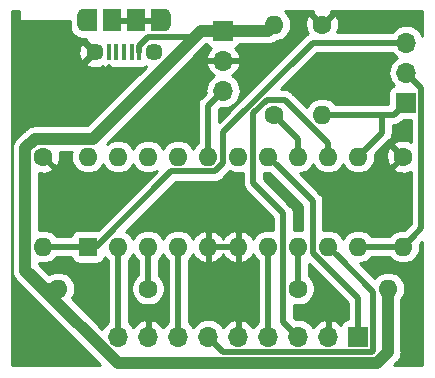
<source format=gbr>
G04 #@! TF.GenerationSoftware,KiCad,Pcbnew,(5.1.4)-1*
G04 #@! TF.CreationDate,2019-09-17T16:39:36-04:00*
G04 #@! TF.ProjectId,led_lock_ctrl,6c65645f-6c6f-4636-9b5f-6374726c2e6b,rev?*
G04 #@! TF.SameCoordinates,Original*
G04 #@! TF.FileFunction,Copper,L1,Top*
G04 #@! TF.FilePolarity,Positive*
%FSLAX46Y46*%
G04 Gerber Fmt 4.6, Leading zero omitted, Abs format (unit mm)*
G04 Created by KiCad (PCBNEW (5.1.4)-1) date 2019-09-17 16:39:36*
%MOMM*%
%LPD*%
G04 APERTURE LIST*
%ADD10O,1.700000X1.700000*%
%ADD11R,1.700000X1.700000*%
%ADD12O,1.600000X1.600000*%
%ADD13R,1.600000X1.600000*%
%ADD14C,1.600000*%
%ADD15O,0.950000X1.900000*%
%ADD16R,1.200000X1.900000*%
%ADD17R,1.500000X1.900000*%
%ADD18R,0.400000X1.350000*%
%ADD19C,1.450000*%
%ADD20C,0.800000*%
%ADD21C,1.000000*%
%ADD22C,0.500000*%
%ADD23C,0.254000*%
G04 APERTURE END LIST*
D10*
X181356000Y-95758000D03*
X181356000Y-93218000D03*
D11*
X181356000Y-90678000D03*
D12*
X169926000Y-101346000D03*
X192786000Y-108966000D03*
X172466000Y-101346000D03*
X190246000Y-108966000D03*
X175006000Y-101346000D03*
X187706000Y-108966000D03*
X177546000Y-101346000D03*
X185166000Y-108966000D03*
X180086000Y-101346000D03*
X182626000Y-108966000D03*
X182626000Y-101346000D03*
X180086000Y-108966000D03*
X185166000Y-101346000D03*
X177546000Y-108966000D03*
X187706000Y-101346000D03*
X175006000Y-108966000D03*
X190246000Y-101346000D03*
X172466000Y-108966000D03*
X192786000Y-101346000D03*
D13*
X169926000Y-108966000D03*
D12*
X189738000Y-97790000D03*
D14*
X189738000Y-90170000D03*
D12*
X196596000Y-108966000D03*
D14*
X196596000Y-101346000D03*
D12*
X166116000Y-108966000D03*
D14*
X166116000Y-101346000D03*
D12*
X185674000Y-90170000D03*
D14*
X185674000Y-97790000D03*
D12*
X195326000Y-112522000D03*
D14*
X187706000Y-112522000D03*
D12*
X167386000Y-112522000D03*
D14*
X175006000Y-112522000D03*
D15*
X169474000Y-89820000D03*
X176474000Y-89820000D03*
D16*
X170074000Y-89820000D03*
X175874000Y-89820000D03*
D17*
X171974000Y-89820000D03*
X173974000Y-89820000D03*
D18*
X171674000Y-92520000D03*
X172324000Y-92520000D03*
X172974000Y-92520000D03*
X173624000Y-92520000D03*
X174274000Y-92520000D03*
D19*
X170474000Y-92520000D03*
X175474000Y-92520000D03*
D10*
X172466000Y-116586000D03*
X175006000Y-116586000D03*
X177546000Y-116586000D03*
X180086000Y-116586000D03*
X182626000Y-116586000D03*
X185166000Y-116586000D03*
X187706000Y-116586000D03*
X190246000Y-116586000D03*
D11*
X192786000Y-116586000D03*
D10*
X196850000Y-91694000D03*
X196850000Y-94234000D03*
D11*
X196850000Y-96774000D03*
D20*
X164592000Y-117856000D03*
X196850000Y-117856000D03*
X189738000Y-94234000D03*
X177038000Y-97282000D03*
X170688000Y-112522000D03*
X187706000Y-106172000D03*
D21*
X195326000Y-113653370D02*
X195326000Y-112522000D01*
X195326000Y-117899519D02*
X195326000Y-113653370D01*
X194389508Y-118836011D02*
X195326000Y-117899519D01*
X172422009Y-118836011D02*
X194389508Y-118836011D01*
X164988631Y-111256001D02*
X164841999Y-111256001D01*
X166254630Y-112522000D02*
X164988631Y-111256001D01*
X167386000Y-112522000D02*
X166254630Y-112522000D01*
X164615999Y-111030001D02*
X165857999Y-112272001D01*
X164615999Y-100625999D02*
X164615999Y-111030001D01*
X165395999Y-99845999D02*
X164615999Y-100625999D01*
X170338001Y-99845999D02*
X165395999Y-99845999D01*
X179506000Y-90678000D02*
X170338001Y-99845999D01*
X165857999Y-112272001D02*
X172422009Y-118836011D01*
X181356000Y-90678000D02*
X179506000Y-90678000D01*
X164841999Y-111256001D02*
X165857999Y-112272001D01*
D22*
X178963999Y-91220001D02*
X179506000Y-90678000D01*
X175034997Y-91220001D02*
X178963999Y-91220001D01*
X174274000Y-91980998D02*
X175034997Y-91220001D01*
X174274000Y-92520000D02*
X174274000Y-91980998D01*
D21*
X185166000Y-90678000D02*
X185674000Y-90170000D01*
X181356000Y-90678000D02*
X185166000Y-90678000D01*
D22*
X195834000Y-97790000D02*
X196850000Y-96774000D01*
X194818000Y-99314000D02*
X194818000Y-97790000D01*
X192786000Y-101346000D02*
X194818000Y-99314000D01*
X189738000Y-97790000D02*
X194818000Y-97790000D01*
X194818000Y-97790000D02*
X195834000Y-97790000D01*
X197395999Y-108166001D02*
X196596000Y-108966000D01*
X198150001Y-107411999D02*
X197395999Y-108166001D01*
X198150001Y-95534001D02*
X198150001Y-107411999D01*
X196850000Y-94234000D02*
X198150001Y-95534001D01*
X196596000Y-108966000D02*
X192786000Y-108966000D01*
X166116000Y-108966000D02*
X169926000Y-108966000D01*
X188930036Y-91694000D02*
X195647919Y-91694000D01*
X181376000Y-99248036D02*
X188930036Y-91694000D01*
X181375999Y-101906003D02*
X181376000Y-99248036D01*
X180686001Y-102596001D02*
X181375999Y-101906003D01*
X195647919Y-91694000D02*
X196850000Y-91694000D01*
X176985997Y-102596001D02*
X180686001Y-102596001D01*
X170615998Y-108966000D02*
X176985997Y-102596001D01*
X169926000Y-108966000D02*
X170615998Y-108966000D01*
X177546000Y-116586000D02*
X177546000Y-108966000D01*
X172466000Y-116586000D02*
X172466000Y-108966000D01*
X185166000Y-116586000D02*
X185166000Y-108966000D01*
X191045999Y-109765999D02*
X190246000Y-108966000D01*
X194086001Y-112806001D02*
X191045999Y-109765999D01*
X194086001Y-117796001D02*
X194086001Y-112806001D01*
X193996001Y-117886001D02*
X194086001Y-117796001D01*
X181386001Y-117886001D02*
X193996001Y-117886001D01*
X180086000Y-116586000D02*
X181386001Y-117886001D01*
X185965999Y-102145999D02*
X185166000Y-101346000D01*
X188956001Y-105136001D02*
X185965999Y-102145999D01*
X188956001Y-109526003D02*
X188956001Y-105136001D01*
X192786000Y-113356002D02*
X188956001Y-109526003D01*
X192786000Y-116586000D02*
X192786000Y-113356002D01*
X190246000Y-100214630D02*
X190246000Y-101346000D01*
X183915999Y-97697999D02*
X185073999Y-96539999D01*
X186571369Y-96539999D02*
X190246000Y-100214630D01*
X183915999Y-103623999D02*
X183915999Y-97697999D01*
X186455999Y-106163999D02*
X183915999Y-103623999D01*
X185073999Y-96539999D02*
X186571369Y-96539999D01*
X186455999Y-115335999D02*
X186455999Y-106163999D01*
X187706000Y-116586000D02*
X186455999Y-115335999D01*
X175006000Y-112522000D02*
X175006000Y-108966000D01*
X187706000Y-112522000D02*
X187706000Y-108966000D01*
X187706000Y-99822000D02*
X185674000Y-97790000D01*
X187706000Y-101346000D02*
X187706000Y-99822000D01*
X180086000Y-97028000D02*
X181356000Y-95758000D01*
X180086000Y-101346000D02*
X180086000Y-97028000D01*
D23*
G36*
X198222000Y-118974000D02*
G01*
X195856651Y-118974000D01*
X196089145Y-118741506D01*
X196132449Y-118705968D01*
X196274284Y-118533142D01*
X196379676Y-118335966D01*
X196444577Y-118122018D01*
X196461000Y-117955271D01*
X196461000Y-117955270D01*
X196466491Y-117899519D01*
X196461000Y-117843767D01*
X196461000Y-113401002D01*
X196524932Y-113323101D01*
X196658182Y-113073808D01*
X196740236Y-112803309D01*
X196767943Y-112522000D01*
X196740236Y-112240691D01*
X196658182Y-111970192D01*
X196524932Y-111720899D01*
X196345608Y-111502392D01*
X196127101Y-111323068D01*
X195877808Y-111189818D01*
X195607309Y-111107764D01*
X195396492Y-111087000D01*
X195255508Y-111087000D01*
X195044691Y-111107764D01*
X194774192Y-111189818D01*
X194524899Y-111323068D01*
X194306392Y-111502392D01*
X194183597Y-111652018D01*
X192925756Y-110394178D01*
X193067309Y-110380236D01*
X193337808Y-110298182D01*
X193587101Y-110164932D01*
X193805608Y-109985608D01*
X193916078Y-109851000D01*
X195465922Y-109851000D01*
X195576392Y-109985608D01*
X195794899Y-110164932D01*
X196044192Y-110298182D01*
X196314691Y-110380236D01*
X196525508Y-110401000D01*
X196666492Y-110401000D01*
X196877309Y-110380236D01*
X197147808Y-110298182D01*
X197397101Y-110164932D01*
X197615608Y-109985608D01*
X197794932Y-109767101D01*
X197928182Y-109517808D01*
X198010236Y-109247309D01*
X198037943Y-108966000D01*
X198020875Y-108792704D01*
X198052531Y-108761048D01*
X198052535Y-108761043D01*
X198222000Y-108591578D01*
X198222000Y-118974000D01*
X198222000Y-118974000D01*
G37*
X198222000Y-118974000D02*
X195856651Y-118974000D01*
X196089145Y-118741506D01*
X196132449Y-118705968D01*
X196274284Y-118533142D01*
X196379676Y-118335966D01*
X196444577Y-118122018D01*
X196461000Y-117955271D01*
X196461000Y-117955270D01*
X196466491Y-117899519D01*
X196461000Y-117843767D01*
X196461000Y-113401002D01*
X196524932Y-113323101D01*
X196658182Y-113073808D01*
X196740236Y-112803309D01*
X196767943Y-112522000D01*
X196740236Y-112240691D01*
X196658182Y-111970192D01*
X196524932Y-111720899D01*
X196345608Y-111502392D01*
X196127101Y-111323068D01*
X195877808Y-111189818D01*
X195607309Y-111107764D01*
X195396492Y-111087000D01*
X195255508Y-111087000D01*
X195044691Y-111107764D01*
X194774192Y-111189818D01*
X194524899Y-111323068D01*
X194306392Y-111502392D01*
X194183597Y-111652018D01*
X192925756Y-110394178D01*
X193067309Y-110380236D01*
X193337808Y-110298182D01*
X193587101Y-110164932D01*
X193805608Y-109985608D01*
X193916078Y-109851000D01*
X195465922Y-109851000D01*
X195576392Y-109985608D01*
X195794899Y-110164932D01*
X196044192Y-110298182D01*
X196314691Y-110380236D01*
X196525508Y-110401000D01*
X196666492Y-110401000D01*
X196877309Y-110380236D01*
X197147808Y-110298182D01*
X197397101Y-110164932D01*
X197615608Y-109985608D01*
X197794932Y-109767101D01*
X197928182Y-109517808D01*
X198010236Y-109247309D01*
X198037943Y-108966000D01*
X198020875Y-108792704D01*
X198052531Y-108761048D01*
X198052535Y-108761043D01*
X198222000Y-108591578D01*
X198222000Y-118974000D01*
G36*
X164101248Y-89879500D02*
G01*
X168364000Y-89879500D01*
X168364000Y-90422000D01*
X168410105Y-90636110D01*
X168497095Y-90837111D01*
X168621627Y-91017279D01*
X168778915Y-91169690D01*
X168962914Y-91288487D01*
X169176062Y-91364268D01*
X169202342Y-91344815D01*
X169229820Y-91359502D01*
X169346998Y-91395048D01*
X169346998Y-91405000D01*
X169442808Y-91405000D01*
X169474000Y-91408072D01*
X169760909Y-91405267D01*
X169714472Y-91580867D01*
X170474000Y-92340395D01*
X170488143Y-92326253D01*
X170667748Y-92505858D01*
X170653605Y-92520000D01*
X170667748Y-92534143D01*
X170488143Y-92713748D01*
X170474000Y-92699605D01*
X169714472Y-93459133D01*
X169776965Y-93695450D01*
X170019678Y-93808850D01*
X170279849Y-93872719D01*
X170547482Y-93884604D01*
X170812291Y-93844048D01*
X171064100Y-93752609D01*
X171118136Y-93723725D01*
X171220424Y-93780521D01*
X171339526Y-93818741D01*
X171442250Y-93830000D01*
X171601000Y-93671250D01*
X171601000Y-93558678D01*
X171672815Y-93646185D01*
X171769506Y-93725537D01*
X171837782Y-93762032D01*
X171905750Y-93830000D01*
X171996880Y-93820012D01*
X171999518Y-93820812D01*
X172124000Y-93833072D01*
X172524000Y-93833072D01*
X172648482Y-93820812D01*
X172649000Y-93820655D01*
X172649518Y-93820812D01*
X172774000Y-93833072D01*
X173174000Y-93833072D01*
X173298482Y-93820812D01*
X173299000Y-93820655D01*
X173299518Y-93820812D01*
X173424000Y-93833072D01*
X173824000Y-93833072D01*
X173948482Y-93820812D01*
X173949000Y-93820655D01*
X173949518Y-93820812D01*
X174074000Y-93833072D01*
X174474000Y-93833072D01*
X174598482Y-93820812D01*
X174718180Y-93784502D01*
X174828494Y-93725537D01*
X174833162Y-93721706D01*
X174849519Y-93729349D01*
X169867870Y-98710999D01*
X165451751Y-98710999D01*
X165395999Y-98705508D01*
X165173500Y-98727422D01*
X164959552Y-98792323D01*
X164762376Y-98897715D01*
X164632855Y-99004010D01*
X164632853Y-99004012D01*
X164589550Y-99039550D01*
X164554011Y-99082854D01*
X163852863Y-99784004D01*
X163809550Y-99819550D01*
X163667715Y-99992376D01*
X163576883Y-100162313D01*
X163562323Y-100189553D01*
X163497422Y-100403501D01*
X163475508Y-100625999D01*
X163480999Y-100681751D01*
X163481000Y-110974240D01*
X163475508Y-111030001D01*
X163497422Y-111252499D01*
X163562323Y-111466447D01*
X163581536Y-111502392D01*
X163667716Y-111663624D01*
X163809551Y-111836450D01*
X163852859Y-111871992D01*
X164000004Y-112019137D01*
X164035550Y-112062450D01*
X164078863Y-112097996D01*
X165094855Y-113113989D01*
X165094861Y-113113994D01*
X170954866Y-118974000D01*
X163474000Y-118974000D01*
X163474000Y-92593482D01*
X169109396Y-92593482D01*
X169149952Y-92858291D01*
X169241391Y-93110100D01*
X169298550Y-93217035D01*
X169534867Y-93279528D01*
X170294395Y-92520000D01*
X169534867Y-91760472D01*
X169298550Y-91822965D01*
X169185150Y-92065678D01*
X169121281Y-92325849D01*
X169109396Y-92593482D01*
X163474000Y-92593482D01*
X163474000Y-89052000D01*
X164101248Y-89052000D01*
X164101248Y-89879500D01*
X164101248Y-89879500D01*
G37*
X164101248Y-89879500D02*
X168364000Y-89879500D01*
X168364000Y-90422000D01*
X168410105Y-90636110D01*
X168497095Y-90837111D01*
X168621627Y-91017279D01*
X168778915Y-91169690D01*
X168962914Y-91288487D01*
X169176062Y-91364268D01*
X169202342Y-91344815D01*
X169229820Y-91359502D01*
X169346998Y-91395048D01*
X169346998Y-91405000D01*
X169442808Y-91405000D01*
X169474000Y-91408072D01*
X169760909Y-91405267D01*
X169714472Y-91580867D01*
X170474000Y-92340395D01*
X170488143Y-92326253D01*
X170667748Y-92505858D01*
X170653605Y-92520000D01*
X170667748Y-92534143D01*
X170488143Y-92713748D01*
X170474000Y-92699605D01*
X169714472Y-93459133D01*
X169776965Y-93695450D01*
X170019678Y-93808850D01*
X170279849Y-93872719D01*
X170547482Y-93884604D01*
X170812291Y-93844048D01*
X171064100Y-93752609D01*
X171118136Y-93723725D01*
X171220424Y-93780521D01*
X171339526Y-93818741D01*
X171442250Y-93830000D01*
X171601000Y-93671250D01*
X171601000Y-93558678D01*
X171672815Y-93646185D01*
X171769506Y-93725537D01*
X171837782Y-93762032D01*
X171905750Y-93830000D01*
X171996880Y-93820012D01*
X171999518Y-93820812D01*
X172124000Y-93833072D01*
X172524000Y-93833072D01*
X172648482Y-93820812D01*
X172649000Y-93820655D01*
X172649518Y-93820812D01*
X172774000Y-93833072D01*
X173174000Y-93833072D01*
X173298482Y-93820812D01*
X173299000Y-93820655D01*
X173299518Y-93820812D01*
X173424000Y-93833072D01*
X173824000Y-93833072D01*
X173948482Y-93820812D01*
X173949000Y-93820655D01*
X173949518Y-93820812D01*
X174074000Y-93833072D01*
X174474000Y-93833072D01*
X174598482Y-93820812D01*
X174718180Y-93784502D01*
X174828494Y-93725537D01*
X174833162Y-93721706D01*
X174849519Y-93729349D01*
X169867870Y-98710999D01*
X165451751Y-98710999D01*
X165395999Y-98705508D01*
X165173500Y-98727422D01*
X164959552Y-98792323D01*
X164762376Y-98897715D01*
X164632855Y-99004010D01*
X164632853Y-99004012D01*
X164589550Y-99039550D01*
X164554011Y-99082854D01*
X163852863Y-99784004D01*
X163809550Y-99819550D01*
X163667715Y-99992376D01*
X163576883Y-100162313D01*
X163562323Y-100189553D01*
X163497422Y-100403501D01*
X163475508Y-100625999D01*
X163480999Y-100681751D01*
X163481000Y-110974240D01*
X163475508Y-111030001D01*
X163497422Y-111252499D01*
X163562323Y-111466447D01*
X163581536Y-111502392D01*
X163667716Y-111663624D01*
X163809551Y-111836450D01*
X163852859Y-111871992D01*
X164000004Y-112019137D01*
X164035550Y-112062450D01*
X164078863Y-112097996D01*
X165094855Y-113113989D01*
X165094861Y-113113994D01*
X170954866Y-118974000D01*
X163474000Y-118974000D01*
X163474000Y-92593482D01*
X169109396Y-92593482D01*
X169149952Y-92858291D01*
X169241391Y-93110100D01*
X169298550Y-93217035D01*
X169534867Y-93279528D01*
X170294395Y-92520000D01*
X169534867Y-91760472D01*
X169298550Y-91822965D01*
X169185150Y-92065678D01*
X169121281Y-92325849D01*
X169109396Y-92593482D01*
X163474000Y-92593482D01*
X163474000Y-89052000D01*
X164101248Y-89052000D01*
X164101248Y-89879500D01*
G36*
X176347068Y-109767101D02*
G01*
X176526392Y-109985608D01*
X176661001Y-110096079D01*
X176661000Y-115391240D01*
X176490866Y-115530866D01*
X176305294Y-115756986D01*
X176270799Y-115821523D01*
X176201178Y-115704645D01*
X176006269Y-115488412D01*
X175772920Y-115314359D01*
X175510099Y-115189175D01*
X175362890Y-115144524D01*
X175133000Y-115265845D01*
X175133000Y-116459000D01*
X175153000Y-116459000D01*
X175153000Y-116713000D01*
X175133000Y-116713000D01*
X175133000Y-116733000D01*
X174879000Y-116733000D01*
X174879000Y-116713000D01*
X174859000Y-116713000D01*
X174859000Y-116459000D01*
X174879000Y-116459000D01*
X174879000Y-115265845D01*
X174649110Y-115144524D01*
X174501901Y-115189175D01*
X174239080Y-115314359D01*
X174005731Y-115488412D01*
X173810822Y-115704645D01*
X173741201Y-115821523D01*
X173706706Y-115756986D01*
X173521134Y-115530866D01*
X173351000Y-115391241D01*
X173351000Y-110096078D01*
X173485608Y-109985608D01*
X173664932Y-109767101D01*
X173736000Y-109634142D01*
X173807068Y-109767101D01*
X173986392Y-109985608D01*
X174121001Y-110096078D01*
X174121000Y-111387479D01*
X174091241Y-111407363D01*
X173891363Y-111607241D01*
X173734320Y-111842273D01*
X173626147Y-112103426D01*
X173571000Y-112380665D01*
X173571000Y-112663335D01*
X173626147Y-112940574D01*
X173734320Y-113201727D01*
X173891363Y-113436759D01*
X174091241Y-113636637D01*
X174326273Y-113793680D01*
X174587426Y-113901853D01*
X174864665Y-113957000D01*
X175147335Y-113957000D01*
X175424574Y-113901853D01*
X175685727Y-113793680D01*
X175920759Y-113636637D01*
X176120637Y-113436759D01*
X176277680Y-113201727D01*
X176385853Y-112940574D01*
X176441000Y-112663335D01*
X176441000Y-112380665D01*
X176385853Y-112103426D01*
X176277680Y-111842273D01*
X176120637Y-111607241D01*
X175920759Y-111407363D01*
X175891000Y-111387479D01*
X175891000Y-110096078D01*
X176025608Y-109985608D01*
X176204932Y-109767101D01*
X176276000Y-109634142D01*
X176347068Y-109767101D01*
X176347068Y-109767101D01*
G37*
X176347068Y-109767101D02*
X176526392Y-109985608D01*
X176661001Y-110096079D01*
X176661000Y-115391240D01*
X176490866Y-115530866D01*
X176305294Y-115756986D01*
X176270799Y-115821523D01*
X176201178Y-115704645D01*
X176006269Y-115488412D01*
X175772920Y-115314359D01*
X175510099Y-115189175D01*
X175362890Y-115144524D01*
X175133000Y-115265845D01*
X175133000Y-116459000D01*
X175153000Y-116459000D01*
X175153000Y-116713000D01*
X175133000Y-116713000D01*
X175133000Y-116733000D01*
X174879000Y-116733000D01*
X174879000Y-116713000D01*
X174859000Y-116713000D01*
X174859000Y-116459000D01*
X174879000Y-116459000D01*
X174879000Y-115265845D01*
X174649110Y-115144524D01*
X174501901Y-115189175D01*
X174239080Y-115314359D01*
X174005731Y-115488412D01*
X173810822Y-115704645D01*
X173741201Y-115821523D01*
X173706706Y-115756986D01*
X173521134Y-115530866D01*
X173351000Y-115391241D01*
X173351000Y-110096078D01*
X173485608Y-109985608D01*
X173664932Y-109767101D01*
X173736000Y-109634142D01*
X173807068Y-109767101D01*
X173986392Y-109985608D01*
X174121001Y-110096078D01*
X174121000Y-111387479D01*
X174091241Y-111407363D01*
X173891363Y-111607241D01*
X173734320Y-111842273D01*
X173626147Y-112103426D01*
X173571000Y-112380665D01*
X173571000Y-112663335D01*
X173626147Y-112940574D01*
X173734320Y-113201727D01*
X173891363Y-113436759D01*
X174091241Y-113636637D01*
X174326273Y-113793680D01*
X174587426Y-113901853D01*
X174864665Y-113957000D01*
X175147335Y-113957000D01*
X175424574Y-113901853D01*
X175685727Y-113793680D01*
X175920759Y-113636637D01*
X176120637Y-113436759D01*
X176277680Y-113201727D01*
X176385853Y-112940574D01*
X176441000Y-112663335D01*
X176441000Y-112380665D01*
X176385853Y-112103426D01*
X176277680Y-111842273D01*
X176120637Y-111607241D01*
X175920759Y-111407363D01*
X175891000Y-111387479D01*
X175891000Y-110096078D01*
X176025608Y-109985608D01*
X176204932Y-109767101D01*
X176276000Y-109634142D01*
X176347068Y-109767101D01*
G36*
X182074192Y-102678182D02*
G01*
X182344691Y-102760236D01*
X182555508Y-102781000D01*
X182696492Y-102781000D01*
X182907309Y-102760236D01*
X183030999Y-102722715D01*
X183030999Y-103580530D01*
X183026718Y-103623999D01*
X183030999Y-103667468D01*
X183030999Y-103667475D01*
X183043804Y-103797488D01*
X183094410Y-103964311D01*
X183176588Y-104118057D01*
X183287182Y-104252816D01*
X183320955Y-104280533D01*
X185571000Y-106530579D01*
X185571000Y-107589285D01*
X185447309Y-107551764D01*
X185236492Y-107531000D01*
X185095508Y-107531000D01*
X184884691Y-107551764D01*
X184614192Y-107633818D01*
X184364899Y-107767068D01*
X184146392Y-107946392D01*
X183967068Y-108164899D01*
X183893421Y-108302682D01*
X183778385Y-108110869D01*
X183589414Y-107902481D01*
X183363420Y-107734963D01*
X183109087Y-107614754D01*
X182975039Y-107574096D01*
X182753000Y-107696085D01*
X182753000Y-108839000D01*
X182773000Y-108839000D01*
X182773000Y-109093000D01*
X182753000Y-109093000D01*
X182753000Y-110235915D01*
X182975039Y-110357904D01*
X183109087Y-110317246D01*
X183363420Y-110197037D01*
X183589414Y-110029519D01*
X183778385Y-109821131D01*
X183893421Y-109629318D01*
X183967068Y-109767101D01*
X184146392Y-109985608D01*
X184281001Y-110096079D01*
X184281000Y-115391240D01*
X184110866Y-115530866D01*
X183925294Y-115756986D01*
X183890799Y-115821523D01*
X183821178Y-115704645D01*
X183626269Y-115488412D01*
X183392920Y-115314359D01*
X183130099Y-115189175D01*
X182982890Y-115144524D01*
X182753000Y-115265845D01*
X182753000Y-116459000D01*
X182773000Y-116459000D01*
X182773000Y-116713000D01*
X182753000Y-116713000D01*
X182753000Y-116733000D01*
X182499000Y-116733000D01*
X182499000Y-116713000D01*
X182479000Y-116713000D01*
X182479000Y-116459000D01*
X182499000Y-116459000D01*
X182499000Y-115265845D01*
X182269110Y-115144524D01*
X182121901Y-115189175D01*
X181859080Y-115314359D01*
X181625731Y-115488412D01*
X181430822Y-115704645D01*
X181361201Y-115821523D01*
X181326706Y-115756986D01*
X181141134Y-115530866D01*
X180915014Y-115345294D01*
X180657034Y-115207401D01*
X180377111Y-115122487D01*
X180158950Y-115101000D01*
X180013050Y-115101000D01*
X179794889Y-115122487D01*
X179514966Y-115207401D01*
X179256986Y-115345294D01*
X179030866Y-115530866D01*
X178845294Y-115756986D01*
X178816000Y-115811791D01*
X178786706Y-115756986D01*
X178601134Y-115530866D01*
X178431000Y-115391241D01*
X178431000Y-110096078D01*
X178565608Y-109985608D01*
X178744932Y-109767101D01*
X178818579Y-109629318D01*
X178933615Y-109821131D01*
X179122586Y-110029519D01*
X179348580Y-110197037D01*
X179602913Y-110317246D01*
X179736961Y-110357904D01*
X179959000Y-110235915D01*
X179959000Y-109093000D01*
X180213000Y-109093000D01*
X180213000Y-110235915D01*
X180435039Y-110357904D01*
X180569087Y-110317246D01*
X180823420Y-110197037D01*
X181049414Y-110029519D01*
X181238385Y-109821131D01*
X181356000Y-109625018D01*
X181473615Y-109821131D01*
X181662586Y-110029519D01*
X181888580Y-110197037D01*
X182142913Y-110317246D01*
X182276961Y-110357904D01*
X182499000Y-110235915D01*
X182499000Y-109093000D01*
X180213000Y-109093000D01*
X179959000Y-109093000D01*
X179939000Y-109093000D01*
X179939000Y-108839000D01*
X179959000Y-108839000D01*
X179959000Y-107696085D01*
X180213000Y-107696085D01*
X180213000Y-108839000D01*
X182499000Y-108839000D01*
X182499000Y-107696085D01*
X182276961Y-107574096D01*
X182142913Y-107614754D01*
X181888580Y-107734963D01*
X181662586Y-107902481D01*
X181473615Y-108110869D01*
X181356000Y-108306982D01*
X181238385Y-108110869D01*
X181049414Y-107902481D01*
X180823420Y-107734963D01*
X180569087Y-107614754D01*
X180435039Y-107574096D01*
X180213000Y-107696085D01*
X179959000Y-107696085D01*
X179736961Y-107574096D01*
X179602913Y-107614754D01*
X179348580Y-107734963D01*
X179122586Y-107902481D01*
X178933615Y-108110869D01*
X178818579Y-108302682D01*
X178744932Y-108164899D01*
X178565608Y-107946392D01*
X178347101Y-107767068D01*
X178097808Y-107633818D01*
X177827309Y-107551764D01*
X177616492Y-107531000D01*
X177475508Y-107531000D01*
X177264691Y-107551764D01*
X176994192Y-107633818D01*
X176744899Y-107767068D01*
X176526392Y-107946392D01*
X176347068Y-108164899D01*
X176276000Y-108297858D01*
X176204932Y-108164899D01*
X176025608Y-107946392D01*
X175807101Y-107767068D01*
X175557808Y-107633818D01*
X175287309Y-107551764D01*
X175076492Y-107531000D01*
X174935508Y-107531000D01*
X174724691Y-107551764D01*
X174454192Y-107633818D01*
X174204899Y-107767068D01*
X173986392Y-107946392D01*
X173807068Y-108164899D01*
X173736000Y-108297858D01*
X173664932Y-108164899D01*
X173485608Y-107946392D01*
X173267101Y-107767068D01*
X173136380Y-107697196D01*
X177352576Y-103481001D01*
X180642532Y-103481001D01*
X180686001Y-103485282D01*
X180729470Y-103481001D01*
X180729478Y-103481001D01*
X180859491Y-103468196D01*
X181026314Y-103417590D01*
X181180060Y-103335412D01*
X181314818Y-103224818D01*
X181342535Y-103191045D01*
X181931610Y-102601970D01*
X182074192Y-102678182D01*
X182074192Y-102678182D01*
G37*
X182074192Y-102678182D02*
X182344691Y-102760236D01*
X182555508Y-102781000D01*
X182696492Y-102781000D01*
X182907309Y-102760236D01*
X183030999Y-102722715D01*
X183030999Y-103580530D01*
X183026718Y-103623999D01*
X183030999Y-103667468D01*
X183030999Y-103667475D01*
X183043804Y-103797488D01*
X183094410Y-103964311D01*
X183176588Y-104118057D01*
X183287182Y-104252816D01*
X183320955Y-104280533D01*
X185571000Y-106530579D01*
X185571000Y-107589285D01*
X185447309Y-107551764D01*
X185236492Y-107531000D01*
X185095508Y-107531000D01*
X184884691Y-107551764D01*
X184614192Y-107633818D01*
X184364899Y-107767068D01*
X184146392Y-107946392D01*
X183967068Y-108164899D01*
X183893421Y-108302682D01*
X183778385Y-108110869D01*
X183589414Y-107902481D01*
X183363420Y-107734963D01*
X183109087Y-107614754D01*
X182975039Y-107574096D01*
X182753000Y-107696085D01*
X182753000Y-108839000D01*
X182773000Y-108839000D01*
X182773000Y-109093000D01*
X182753000Y-109093000D01*
X182753000Y-110235915D01*
X182975039Y-110357904D01*
X183109087Y-110317246D01*
X183363420Y-110197037D01*
X183589414Y-110029519D01*
X183778385Y-109821131D01*
X183893421Y-109629318D01*
X183967068Y-109767101D01*
X184146392Y-109985608D01*
X184281001Y-110096079D01*
X184281000Y-115391240D01*
X184110866Y-115530866D01*
X183925294Y-115756986D01*
X183890799Y-115821523D01*
X183821178Y-115704645D01*
X183626269Y-115488412D01*
X183392920Y-115314359D01*
X183130099Y-115189175D01*
X182982890Y-115144524D01*
X182753000Y-115265845D01*
X182753000Y-116459000D01*
X182773000Y-116459000D01*
X182773000Y-116713000D01*
X182753000Y-116713000D01*
X182753000Y-116733000D01*
X182499000Y-116733000D01*
X182499000Y-116713000D01*
X182479000Y-116713000D01*
X182479000Y-116459000D01*
X182499000Y-116459000D01*
X182499000Y-115265845D01*
X182269110Y-115144524D01*
X182121901Y-115189175D01*
X181859080Y-115314359D01*
X181625731Y-115488412D01*
X181430822Y-115704645D01*
X181361201Y-115821523D01*
X181326706Y-115756986D01*
X181141134Y-115530866D01*
X180915014Y-115345294D01*
X180657034Y-115207401D01*
X180377111Y-115122487D01*
X180158950Y-115101000D01*
X180013050Y-115101000D01*
X179794889Y-115122487D01*
X179514966Y-115207401D01*
X179256986Y-115345294D01*
X179030866Y-115530866D01*
X178845294Y-115756986D01*
X178816000Y-115811791D01*
X178786706Y-115756986D01*
X178601134Y-115530866D01*
X178431000Y-115391241D01*
X178431000Y-110096078D01*
X178565608Y-109985608D01*
X178744932Y-109767101D01*
X178818579Y-109629318D01*
X178933615Y-109821131D01*
X179122586Y-110029519D01*
X179348580Y-110197037D01*
X179602913Y-110317246D01*
X179736961Y-110357904D01*
X179959000Y-110235915D01*
X179959000Y-109093000D01*
X180213000Y-109093000D01*
X180213000Y-110235915D01*
X180435039Y-110357904D01*
X180569087Y-110317246D01*
X180823420Y-110197037D01*
X181049414Y-110029519D01*
X181238385Y-109821131D01*
X181356000Y-109625018D01*
X181473615Y-109821131D01*
X181662586Y-110029519D01*
X181888580Y-110197037D01*
X182142913Y-110317246D01*
X182276961Y-110357904D01*
X182499000Y-110235915D01*
X182499000Y-109093000D01*
X180213000Y-109093000D01*
X179959000Y-109093000D01*
X179939000Y-109093000D01*
X179939000Y-108839000D01*
X179959000Y-108839000D01*
X179959000Y-107696085D01*
X180213000Y-107696085D01*
X180213000Y-108839000D01*
X182499000Y-108839000D01*
X182499000Y-107696085D01*
X182276961Y-107574096D01*
X182142913Y-107614754D01*
X181888580Y-107734963D01*
X181662586Y-107902481D01*
X181473615Y-108110869D01*
X181356000Y-108306982D01*
X181238385Y-108110869D01*
X181049414Y-107902481D01*
X180823420Y-107734963D01*
X180569087Y-107614754D01*
X180435039Y-107574096D01*
X180213000Y-107696085D01*
X179959000Y-107696085D01*
X179736961Y-107574096D01*
X179602913Y-107614754D01*
X179348580Y-107734963D01*
X179122586Y-107902481D01*
X178933615Y-108110869D01*
X178818579Y-108302682D01*
X178744932Y-108164899D01*
X178565608Y-107946392D01*
X178347101Y-107767068D01*
X178097808Y-107633818D01*
X177827309Y-107551764D01*
X177616492Y-107531000D01*
X177475508Y-107531000D01*
X177264691Y-107551764D01*
X176994192Y-107633818D01*
X176744899Y-107767068D01*
X176526392Y-107946392D01*
X176347068Y-108164899D01*
X176276000Y-108297858D01*
X176204932Y-108164899D01*
X176025608Y-107946392D01*
X175807101Y-107767068D01*
X175557808Y-107633818D01*
X175287309Y-107551764D01*
X175076492Y-107531000D01*
X174935508Y-107531000D01*
X174724691Y-107551764D01*
X174454192Y-107633818D01*
X174204899Y-107767068D01*
X173986392Y-107946392D01*
X173807068Y-108164899D01*
X173736000Y-108297858D01*
X173664932Y-108164899D01*
X173485608Y-107946392D01*
X173267101Y-107767068D01*
X173136380Y-107697196D01*
X177352576Y-103481001D01*
X180642532Y-103481001D01*
X180686001Y-103485282D01*
X180729470Y-103481001D01*
X180729478Y-103481001D01*
X180859491Y-103468196D01*
X181026314Y-103417590D01*
X181180060Y-103335412D01*
X181314818Y-103224818D01*
X181342535Y-103191045D01*
X181931610Y-102601970D01*
X182074192Y-102678182D01*
G36*
X191901001Y-113722582D02*
G01*
X191901000Y-115101375D01*
X191811518Y-115110188D01*
X191691820Y-115146498D01*
X191581506Y-115205463D01*
X191484815Y-115284815D01*
X191405463Y-115381506D01*
X191346498Y-115491820D01*
X191322034Y-115572466D01*
X191246269Y-115488412D01*
X191012920Y-115314359D01*
X190750099Y-115189175D01*
X190602890Y-115144524D01*
X190373000Y-115265845D01*
X190373000Y-116459000D01*
X190393000Y-116459000D01*
X190393000Y-116713000D01*
X190373000Y-116713000D01*
X190373000Y-116733000D01*
X190119000Y-116733000D01*
X190119000Y-116713000D01*
X190099000Y-116713000D01*
X190099000Y-116459000D01*
X190119000Y-116459000D01*
X190119000Y-115265845D01*
X189889110Y-115144524D01*
X189741901Y-115189175D01*
X189479080Y-115314359D01*
X189245731Y-115488412D01*
X189050822Y-115704645D01*
X188981201Y-115821523D01*
X188946706Y-115756986D01*
X188761134Y-115530866D01*
X188535014Y-115345294D01*
X188277034Y-115207401D01*
X187997111Y-115122487D01*
X187778950Y-115101000D01*
X187633050Y-115101000D01*
X187486966Y-115115388D01*
X187340999Y-114969421D01*
X187340999Y-113912509D01*
X187564665Y-113957000D01*
X187847335Y-113957000D01*
X188124574Y-113901853D01*
X188385727Y-113793680D01*
X188620759Y-113636637D01*
X188820637Y-113436759D01*
X188977680Y-113201727D01*
X189085853Y-112940574D01*
X189141000Y-112663335D01*
X189141000Y-112380665D01*
X189085853Y-112103426D01*
X188977680Y-111842273D01*
X188820637Y-111607241D01*
X188620759Y-111407363D01*
X188591000Y-111387479D01*
X188591000Y-110412580D01*
X191901001Y-113722582D01*
X191901001Y-113722582D01*
G37*
X191901001Y-113722582D02*
X191901000Y-115101375D01*
X191811518Y-115110188D01*
X191691820Y-115146498D01*
X191581506Y-115205463D01*
X191484815Y-115284815D01*
X191405463Y-115381506D01*
X191346498Y-115491820D01*
X191322034Y-115572466D01*
X191246269Y-115488412D01*
X191012920Y-115314359D01*
X190750099Y-115189175D01*
X190602890Y-115144524D01*
X190373000Y-115265845D01*
X190373000Y-116459000D01*
X190393000Y-116459000D01*
X190393000Y-116713000D01*
X190373000Y-116713000D01*
X190373000Y-116733000D01*
X190119000Y-116733000D01*
X190119000Y-116713000D01*
X190099000Y-116713000D01*
X190099000Y-116459000D01*
X190119000Y-116459000D01*
X190119000Y-115265845D01*
X189889110Y-115144524D01*
X189741901Y-115189175D01*
X189479080Y-115314359D01*
X189245731Y-115488412D01*
X189050822Y-115704645D01*
X188981201Y-115821523D01*
X188946706Y-115756986D01*
X188761134Y-115530866D01*
X188535014Y-115345294D01*
X188277034Y-115207401D01*
X187997111Y-115122487D01*
X187778950Y-115101000D01*
X187633050Y-115101000D01*
X187486966Y-115115388D01*
X187340999Y-114969421D01*
X187340999Y-113912509D01*
X187564665Y-113957000D01*
X187847335Y-113957000D01*
X188124574Y-113901853D01*
X188385727Y-113793680D01*
X188620759Y-113636637D01*
X188820637Y-113436759D01*
X188977680Y-113201727D01*
X189085853Y-112940574D01*
X189141000Y-112663335D01*
X189141000Y-112380665D01*
X189085853Y-112103426D01*
X188977680Y-111842273D01*
X188820637Y-111607241D01*
X188620759Y-111407363D01*
X188591000Y-111387479D01*
X188591000Y-110412580D01*
X191901001Y-113722582D01*
G36*
X168500188Y-109890482D02*
G01*
X168536498Y-110010180D01*
X168595463Y-110120494D01*
X168674815Y-110217185D01*
X168771506Y-110296537D01*
X168881820Y-110355502D01*
X169001518Y-110391812D01*
X169126000Y-110404072D01*
X170726000Y-110404072D01*
X170850482Y-110391812D01*
X170970180Y-110355502D01*
X171080494Y-110296537D01*
X171177185Y-110217185D01*
X171256537Y-110120494D01*
X171315502Y-110010180D01*
X171351812Y-109890482D01*
X171353581Y-109872518D01*
X171446392Y-109985608D01*
X171581001Y-110096079D01*
X171581000Y-115391240D01*
X171410866Y-115530866D01*
X171225294Y-115756986D01*
X171128745Y-115937616D01*
X168553063Y-113361934D01*
X168584932Y-113323101D01*
X168718182Y-113073808D01*
X168800236Y-112803309D01*
X168827943Y-112522000D01*
X168800236Y-112240691D01*
X168718182Y-111970192D01*
X168584932Y-111720899D01*
X168405608Y-111502392D01*
X168187101Y-111323068D01*
X167937808Y-111189818D01*
X167667309Y-111107764D01*
X167456492Y-111087000D01*
X167315508Y-111087000D01*
X167104691Y-111107764D01*
X166834192Y-111189818D01*
X166634381Y-111296619D01*
X165830627Y-110492866D01*
X165795080Y-110449552D01*
X165750999Y-110413376D01*
X165750999Y-110354849D01*
X165834691Y-110380236D01*
X166045508Y-110401000D01*
X166186492Y-110401000D01*
X166397309Y-110380236D01*
X166667808Y-110298182D01*
X166917101Y-110164932D01*
X167135608Y-109985608D01*
X167246078Y-109851000D01*
X168496299Y-109851000D01*
X168500188Y-109890482D01*
X168500188Y-109890482D01*
G37*
X168500188Y-109890482D02*
X168536498Y-110010180D01*
X168595463Y-110120494D01*
X168674815Y-110217185D01*
X168771506Y-110296537D01*
X168881820Y-110355502D01*
X169001518Y-110391812D01*
X169126000Y-110404072D01*
X170726000Y-110404072D01*
X170850482Y-110391812D01*
X170970180Y-110355502D01*
X171080494Y-110296537D01*
X171177185Y-110217185D01*
X171256537Y-110120494D01*
X171315502Y-110010180D01*
X171351812Y-109890482D01*
X171353581Y-109872518D01*
X171446392Y-109985608D01*
X171581001Y-110096079D01*
X171581000Y-115391240D01*
X171410866Y-115530866D01*
X171225294Y-115756986D01*
X171128745Y-115937616D01*
X168553063Y-113361934D01*
X168584932Y-113323101D01*
X168718182Y-113073808D01*
X168800236Y-112803309D01*
X168827943Y-112522000D01*
X168800236Y-112240691D01*
X168718182Y-111970192D01*
X168584932Y-111720899D01*
X168405608Y-111502392D01*
X168187101Y-111323068D01*
X167937808Y-111189818D01*
X167667309Y-111107764D01*
X167456492Y-111087000D01*
X167315508Y-111087000D01*
X167104691Y-111107764D01*
X166834192Y-111189818D01*
X166634381Y-111296619D01*
X165830627Y-110492866D01*
X165795080Y-110449552D01*
X165750999Y-110413376D01*
X165750999Y-110354849D01*
X165834691Y-110380236D01*
X166045508Y-110401000D01*
X166186492Y-110401000D01*
X166397309Y-110380236D01*
X166667808Y-110298182D01*
X166917101Y-110164932D01*
X167135608Y-109985608D01*
X167246078Y-109851000D01*
X168496299Y-109851000D01*
X168500188Y-109890482D01*
G36*
X197265001Y-100075018D02*
G01*
X197082004Y-99988429D01*
X196807816Y-99919700D01*
X196525488Y-99905783D01*
X196245870Y-99947213D01*
X195979708Y-100042397D01*
X195854486Y-100109329D01*
X195782903Y-100353298D01*
X196596000Y-101166395D01*
X196610143Y-101152253D01*
X196789748Y-101331858D01*
X196775605Y-101346000D01*
X196789748Y-101360143D01*
X196610143Y-101539748D01*
X196596000Y-101525605D01*
X195782903Y-102338702D01*
X195854486Y-102582671D01*
X196109996Y-102703571D01*
X196384184Y-102772300D01*
X196666512Y-102786217D01*
X196946130Y-102744787D01*
X197212292Y-102649603D01*
X197265002Y-102621429D01*
X197265002Y-107045419D01*
X196800957Y-107509465D01*
X196800952Y-107509469D01*
X196769296Y-107541125D01*
X196666492Y-107531000D01*
X196525508Y-107531000D01*
X196314691Y-107551764D01*
X196044192Y-107633818D01*
X195794899Y-107767068D01*
X195576392Y-107946392D01*
X195465922Y-108081000D01*
X193916078Y-108081000D01*
X193805608Y-107946392D01*
X193587101Y-107767068D01*
X193337808Y-107633818D01*
X193067309Y-107551764D01*
X192856492Y-107531000D01*
X192715508Y-107531000D01*
X192504691Y-107551764D01*
X192234192Y-107633818D01*
X191984899Y-107767068D01*
X191766392Y-107946392D01*
X191587068Y-108164899D01*
X191516000Y-108297858D01*
X191444932Y-108164899D01*
X191265608Y-107946392D01*
X191047101Y-107767068D01*
X190797808Y-107633818D01*
X190527309Y-107551764D01*
X190316492Y-107531000D01*
X190175508Y-107531000D01*
X189964691Y-107551764D01*
X189841001Y-107589285D01*
X189841001Y-105179466D01*
X189845282Y-105136000D01*
X189841001Y-105092534D01*
X189841001Y-105092524D01*
X189828196Y-104962511D01*
X189777590Y-104795688D01*
X189695412Y-104641942D01*
X189584818Y-104507184D01*
X189551050Y-104479471D01*
X187845756Y-102774178D01*
X187987309Y-102760236D01*
X188257808Y-102678182D01*
X188507101Y-102544932D01*
X188725608Y-102365608D01*
X188904932Y-102147101D01*
X188976000Y-102014142D01*
X189047068Y-102147101D01*
X189226392Y-102365608D01*
X189444899Y-102544932D01*
X189694192Y-102678182D01*
X189964691Y-102760236D01*
X190175508Y-102781000D01*
X190316492Y-102781000D01*
X190527309Y-102760236D01*
X190797808Y-102678182D01*
X191047101Y-102544932D01*
X191265608Y-102365608D01*
X191444932Y-102147101D01*
X191516000Y-102014142D01*
X191587068Y-102147101D01*
X191766392Y-102365608D01*
X191984899Y-102544932D01*
X192234192Y-102678182D01*
X192504691Y-102760236D01*
X192715508Y-102781000D01*
X192856492Y-102781000D01*
X193067309Y-102760236D01*
X193337808Y-102678182D01*
X193587101Y-102544932D01*
X193805608Y-102365608D01*
X193984932Y-102147101D01*
X194118182Y-101897808D01*
X194200236Y-101627309D01*
X194220998Y-101416512D01*
X195155783Y-101416512D01*
X195197213Y-101696130D01*
X195292397Y-101962292D01*
X195359329Y-102087514D01*
X195603298Y-102159097D01*
X196416395Y-101346000D01*
X195603298Y-100532903D01*
X195359329Y-100604486D01*
X195238429Y-100859996D01*
X195169700Y-101134184D01*
X195155783Y-101416512D01*
X194220998Y-101416512D01*
X194227943Y-101346000D01*
X194210875Y-101172704D01*
X195413050Y-99970529D01*
X195446817Y-99942817D01*
X195477211Y-99905783D01*
X195557410Y-99808060D01*
X195557411Y-99808059D01*
X195639589Y-99654313D01*
X195690195Y-99487490D01*
X195703000Y-99357477D01*
X195703000Y-99357469D01*
X195707281Y-99314000D01*
X195703000Y-99270531D01*
X195703000Y-98675000D01*
X195790531Y-98675000D01*
X195834000Y-98679281D01*
X195877469Y-98675000D01*
X195877477Y-98675000D01*
X196007490Y-98662195D01*
X196174313Y-98611589D01*
X196328059Y-98529411D01*
X196462817Y-98418817D01*
X196490534Y-98385044D01*
X196613506Y-98262072D01*
X197265001Y-98262072D01*
X197265001Y-100075018D01*
X197265001Y-100075018D01*
G37*
X197265001Y-100075018D02*
X197082004Y-99988429D01*
X196807816Y-99919700D01*
X196525488Y-99905783D01*
X196245870Y-99947213D01*
X195979708Y-100042397D01*
X195854486Y-100109329D01*
X195782903Y-100353298D01*
X196596000Y-101166395D01*
X196610143Y-101152253D01*
X196789748Y-101331858D01*
X196775605Y-101346000D01*
X196789748Y-101360143D01*
X196610143Y-101539748D01*
X196596000Y-101525605D01*
X195782903Y-102338702D01*
X195854486Y-102582671D01*
X196109996Y-102703571D01*
X196384184Y-102772300D01*
X196666512Y-102786217D01*
X196946130Y-102744787D01*
X197212292Y-102649603D01*
X197265002Y-102621429D01*
X197265002Y-107045419D01*
X196800957Y-107509465D01*
X196800952Y-107509469D01*
X196769296Y-107541125D01*
X196666492Y-107531000D01*
X196525508Y-107531000D01*
X196314691Y-107551764D01*
X196044192Y-107633818D01*
X195794899Y-107767068D01*
X195576392Y-107946392D01*
X195465922Y-108081000D01*
X193916078Y-108081000D01*
X193805608Y-107946392D01*
X193587101Y-107767068D01*
X193337808Y-107633818D01*
X193067309Y-107551764D01*
X192856492Y-107531000D01*
X192715508Y-107531000D01*
X192504691Y-107551764D01*
X192234192Y-107633818D01*
X191984899Y-107767068D01*
X191766392Y-107946392D01*
X191587068Y-108164899D01*
X191516000Y-108297858D01*
X191444932Y-108164899D01*
X191265608Y-107946392D01*
X191047101Y-107767068D01*
X190797808Y-107633818D01*
X190527309Y-107551764D01*
X190316492Y-107531000D01*
X190175508Y-107531000D01*
X189964691Y-107551764D01*
X189841001Y-107589285D01*
X189841001Y-105179466D01*
X189845282Y-105136000D01*
X189841001Y-105092534D01*
X189841001Y-105092524D01*
X189828196Y-104962511D01*
X189777590Y-104795688D01*
X189695412Y-104641942D01*
X189584818Y-104507184D01*
X189551050Y-104479471D01*
X187845756Y-102774178D01*
X187987309Y-102760236D01*
X188257808Y-102678182D01*
X188507101Y-102544932D01*
X188725608Y-102365608D01*
X188904932Y-102147101D01*
X188976000Y-102014142D01*
X189047068Y-102147101D01*
X189226392Y-102365608D01*
X189444899Y-102544932D01*
X189694192Y-102678182D01*
X189964691Y-102760236D01*
X190175508Y-102781000D01*
X190316492Y-102781000D01*
X190527309Y-102760236D01*
X190797808Y-102678182D01*
X191047101Y-102544932D01*
X191265608Y-102365608D01*
X191444932Y-102147101D01*
X191516000Y-102014142D01*
X191587068Y-102147101D01*
X191766392Y-102365608D01*
X191984899Y-102544932D01*
X192234192Y-102678182D01*
X192504691Y-102760236D01*
X192715508Y-102781000D01*
X192856492Y-102781000D01*
X193067309Y-102760236D01*
X193337808Y-102678182D01*
X193587101Y-102544932D01*
X193805608Y-102365608D01*
X193984932Y-102147101D01*
X194118182Y-101897808D01*
X194200236Y-101627309D01*
X194220998Y-101416512D01*
X195155783Y-101416512D01*
X195197213Y-101696130D01*
X195292397Y-101962292D01*
X195359329Y-102087514D01*
X195603298Y-102159097D01*
X196416395Y-101346000D01*
X195603298Y-100532903D01*
X195359329Y-100604486D01*
X195238429Y-100859996D01*
X195169700Y-101134184D01*
X195155783Y-101416512D01*
X194220998Y-101416512D01*
X194227943Y-101346000D01*
X194210875Y-101172704D01*
X195413050Y-99970529D01*
X195446817Y-99942817D01*
X195477211Y-99905783D01*
X195557410Y-99808060D01*
X195557411Y-99808059D01*
X195639589Y-99654313D01*
X195690195Y-99487490D01*
X195703000Y-99357477D01*
X195703000Y-99357469D01*
X195707281Y-99314000D01*
X195703000Y-99270531D01*
X195703000Y-98675000D01*
X195790531Y-98675000D01*
X195834000Y-98679281D01*
X195877469Y-98675000D01*
X195877477Y-98675000D01*
X196007490Y-98662195D01*
X196174313Y-98611589D01*
X196328059Y-98529411D01*
X196462817Y-98418817D01*
X196490534Y-98385044D01*
X196613506Y-98262072D01*
X197265001Y-98262072D01*
X197265001Y-100075018D01*
G36*
X168511764Y-101064691D02*
G01*
X168484057Y-101346000D01*
X168511764Y-101627309D01*
X168593818Y-101897808D01*
X168727068Y-102147101D01*
X168906392Y-102365608D01*
X169124899Y-102544932D01*
X169374192Y-102678182D01*
X169644691Y-102760236D01*
X169855508Y-102781000D01*
X169996492Y-102781000D01*
X170207309Y-102760236D01*
X170477808Y-102678182D01*
X170727101Y-102544932D01*
X170945608Y-102365608D01*
X171124932Y-102147101D01*
X171196000Y-102014142D01*
X171267068Y-102147101D01*
X171446392Y-102365608D01*
X171664899Y-102544932D01*
X171914192Y-102678182D01*
X172184691Y-102760236D01*
X172395508Y-102781000D01*
X172536492Y-102781000D01*
X172747309Y-102760236D01*
X173017808Y-102678182D01*
X173267101Y-102544932D01*
X173485608Y-102365608D01*
X173664932Y-102147101D01*
X173736000Y-102014142D01*
X173807068Y-102147101D01*
X173986392Y-102365608D01*
X174204899Y-102544932D01*
X174454192Y-102678182D01*
X174724691Y-102760236D01*
X174935508Y-102781000D01*
X175076492Y-102781000D01*
X175287309Y-102760236D01*
X175557808Y-102678182D01*
X175760668Y-102569751D01*
X170795634Y-107534786D01*
X170726000Y-107527928D01*
X169126000Y-107527928D01*
X169001518Y-107540188D01*
X168881820Y-107576498D01*
X168771506Y-107635463D01*
X168674815Y-107714815D01*
X168595463Y-107811506D01*
X168536498Y-107921820D01*
X168500188Y-108041518D01*
X168496299Y-108081000D01*
X167246078Y-108081000D01*
X167135608Y-107946392D01*
X166917101Y-107767068D01*
X166667808Y-107633818D01*
X166397309Y-107551764D01*
X166186492Y-107531000D01*
X166045508Y-107531000D01*
X165834691Y-107551764D01*
X165750999Y-107577151D01*
X165750999Y-102733902D01*
X165904184Y-102772300D01*
X166186512Y-102786217D01*
X166466130Y-102744787D01*
X166732292Y-102649603D01*
X166857514Y-102582671D01*
X166929097Y-102338702D01*
X166116000Y-101525605D01*
X166101858Y-101539748D01*
X165922253Y-101360143D01*
X165936395Y-101346000D01*
X165922253Y-101331858D01*
X166101858Y-101152253D01*
X166116000Y-101166395D01*
X166130143Y-101152253D01*
X166309748Y-101331858D01*
X166295605Y-101346000D01*
X167108702Y-102159097D01*
X167352671Y-102087514D01*
X167473571Y-101832004D01*
X167542300Y-101557816D01*
X167556217Y-101275488D01*
X167514787Y-100995870D01*
X167509469Y-100980999D01*
X168537151Y-100980999D01*
X168511764Y-101064691D01*
X168511764Y-101064691D01*
G37*
X168511764Y-101064691D02*
X168484057Y-101346000D01*
X168511764Y-101627309D01*
X168593818Y-101897808D01*
X168727068Y-102147101D01*
X168906392Y-102365608D01*
X169124899Y-102544932D01*
X169374192Y-102678182D01*
X169644691Y-102760236D01*
X169855508Y-102781000D01*
X169996492Y-102781000D01*
X170207309Y-102760236D01*
X170477808Y-102678182D01*
X170727101Y-102544932D01*
X170945608Y-102365608D01*
X171124932Y-102147101D01*
X171196000Y-102014142D01*
X171267068Y-102147101D01*
X171446392Y-102365608D01*
X171664899Y-102544932D01*
X171914192Y-102678182D01*
X172184691Y-102760236D01*
X172395508Y-102781000D01*
X172536492Y-102781000D01*
X172747309Y-102760236D01*
X173017808Y-102678182D01*
X173267101Y-102544932D01*
X173485608Y-102365608D01*
X173664932Y-102147101D01*
X173736000Y-102014142D01*
X173807068Y-102147101D01*
X173986392Y-102365608D01*
X174204899Y-102544932D01*
X174454192Y-102678182D01*
X174724691Y-102760236D01*
X174935508Y-102781000D01*
X175076492Y-102781000D01*
X175287309Y-102760236D01*
X175557808Y-102678182D01*
X175760668Y-102569751D01*
X170795634Y-107534786D01*
X170726000Y-107527928D01*
X169126000Y-107527928D01*
X169001518Y-107540188D01*
X168881820Y-107576498D01*
X168771506Y-107635463D01*
X168674815Y-107714815D01*
X168595463Y-107811506D01*
X168536498Y-107921820D01*
X168500188Y-108041518D01*
X168496299Y-108081000D01*
X167246078Y-108081000D01*
X167135608Y-107946392D01*
X166917101Y-107767068D01*
X166667808Y-107633818D01*
X166397309Y-107551764D01*
X166186492Y-107531000D01*
X166045508Y-107531000D01*
X165834691Y-107551764D01*
X165750999Y-107577151D01*
X165750999Y-102733902D01*
X165904184Y-102772300D01*
X166186512Y-102786217D01*
X166466130Y-102744787D01*
X166732292Y-102649603D01*
X166857514Y-102582671D01*
X166929097Y-102338702D01*
X166116000Y-101525605D01*
X166101858Y-101539748D01*
X165922253Y-101360143D01*
X165936395Y-101346000D01*
X165922253Y-101331858D01*
X166101858Y-101152253D01*
X166116000Y-101166395D01*
X166130143Y-101152253D01*
X166309748Y-101331858D01*
X166295605Y-101346000D01*
X167108702Y-102159097D01*
X167352671Y-102087514D01*
X167473571Y-101832004D01*
X167542300Y-101557816D01*
X167556217Y-101275488D01*
X167514787Y-100995870D01*
X167509469Y-100980999D01*
X168537151Y-100980999D01*
X168511764Y-101064691D01*
G36*
X184884691Y-102760236D02*
G01*
X185095508Y-102781000D01*
X185236492Y-102781000D01*
X185339296Y-102770875D01*
X185370952Y-102802531D01*
X185370957Y-102802535D01*
X188071002Y-105502581D01*
X188071001Y-107577152D01*
X187987309Y-107551764D01*
X187776492Y-107531000D01*
X187635508Y-107531000D01*
X187424691Y-107551764D01*
X187340999Y-107577151D01*
X187340999Y-106207464D01*
X187345280Y-106163998D01*
X187340999Y-106120532D01*
X187340999Y-106120522D01*
X187328194Y-105990509D01*
X187277588Y-105823686D01*
X187195410Y-105669940D01*
X187084816Y-105535182D01*
X187051048Y-105507469D01*
X184800999Y-103257421D01*
X184800999Y-102734849D01*
X184884691Y-102760236D01*
X184884691Y-102760236D01*
G37*
X184884691Y-102760236D02*
X185095508Y-102781000D01*
X185236492Y-102781000D01*
X185339296Y-102770875D01*
X185370952Y-102802531D01*
X185370957Y-102802535D01*
X188071002Y-105502581D01*
X188071001Y-107577152D01*
X187987309Y-107551764D01*
X187776492Y-107531000D01*
X187635508Y-107531000D01*
X187424691Y-107551764D01*
X187340999Y-107577151D01*
X187340999Y-106207464D01*
X187345280Y-106163998D01*
X187340999Y-106120532D01*
X187340999Y-106120522D01*
X187328194Y-105990509D01*
X187277588Y-105823686D01*
X187195410Y-105669940D01*
X187084816Y-105535182D01*
X187051048Y-105507469D01*
X184800999Y-103257421D01*
X184800999Y-102734849D01*
X184884691Y-102760236D01*
G36*
X188924903Y-89177298D02*
G01*
X189738000Y-89990395D01*
X190551097Y-89177298D01*
X190514333Y-89052000D01*
X198222001Y-89052000D01*
X198222001Y-91110622D01*
X198090706Y-90864986D01*
X197905134Y-90638866D01*
X197679014Y-90453294D01*
X197421034Y-90315401D01*
X197141111Y-90230487D01*
X196922950Y-90209000D01*
X196777050Y-90209000D01*
X196558889Y-90230487D01*
X196278966Y-90315401D01*
X196020986Y-90453294D01*
X195794866Y-90638866D01*
X195655241Y-90809000D01*
X191023178Y-90809000D01*
X191095571Y-90656004D01*
X191164300Y-90381816D01*
X191178217Y-90099488D01*
X191136787Y-89819870D01*
X191041603Y-89553708D01*
X190974671Y-89428486D01*
X190730702Y-89356903D01*
X189917605Y-90170000D01*
X189931748Y-90184143D01*
X189752143Y-90363748D01*
X189738000Y-90349605D01*
X189723858Y-90363748D01*
X189544253Y-90184143D01*
X189558395Y-90170000D01*
X188745298Y-89356903D01*
X188501329Y-89428486D01*
X188380429Y-89683996D01*
X188311700Y-89958184D01*
X188297783Y-90240512D01*
X188339213Y-90520130D01*
X188434397Y-90786292D01*
X188501329Y-90911514D01*
X188511166Y-90914400D01*
X188435977Y-90954589D01*
X188426793Y-90962126D01*
X188334989Y-91037468D01*
X188334987Y-91037470D01*
X188301219Y-91065183D01*
X188273506Y-91098951D01*
X180971000Y-98401458D01*
X180971000Y-97394578D01*
X181136966Y-97228612D01*
X181283050Y-97243000D01*
X181428950Y-97243000D01*
X181647111Y-97221513D01*
X181927034Y-97136599D01*
X182185014Y-96998706D01*
X182411134Y-96813134D01*
X182596706Y-96587014D01*
X182734599Y-96329034D01*
X182819513Y-96049111D01*
X182848185Y-95758000D01*
X182819513Y-95466889D01*
X182734599Y-95186966D01*
X182596706Y-94928986D01*
X182411134Y-94702866D01*
X182185014Y-94517294D01*
X182120477Y-94482799D01*
X182237355Y-94413178D01*
X182453588Y-94218269D01*
X182627641Y-93984920D01*
X182752825Y-93722099D01*
X182797476Y-93574890D01*
X182676155Y-93345000D01*
X181483000Y-93345000D01*
X181483000Y-93365000D01*
X181229000Y-93365000D01*
X181229000Y-93345000D01*
X180035845Y-93345000D01*
X179914524Y-93574890D01*
X179959175Y-93722099D01*
X180084359Y-93984920D01*
X180258412Y-94218269D01*
X180474645Y-94413178D01*
X180591523Y-94482799D01*
X180526986Y-94517294D01*
X180300866Y-94702866D01*
X180115294Y-94928986D01*
X179977401Y-95186966D01*
X179892487Y-95466889D01*
X179863815Y-95758000D01*
X179885388Y-95977034D01*
X179490951Y-96371471D01*
X179457184Y-96399183D01*
X179429471Y-96432951D01*
X179429468Y-96432954D01*
X179346590Y-96533941D01*
X179264412Y-96687687D01*
X179213805Y-96854510D01*
X179196719Y-97028000D01*
X179201001Y-97071479D01*
X179201000Y-100215922D01*
X179066392Y-100326392D01*
X178887068Y-100544899D01*
X178816000Y-100677858D01*
X178744932Y-100544899D01*
X178565608Y-100326392D01*
X178347101Y-100147068D01*
X178097808Y-100013818D01*
X177827309Y-99931764D01*
X177616492Y-99911000D01*
X177475508Y-99911000D01*
X177264691Y-99931764D01*
X176994192Y-100013818D01*
X176744899Y-100147068D01*
X176526392Y-100326392D01*
X176347068Y-100544899D01*
X176276000Y-100677858D01*
X176204932Y-100544899D01*
X176025608Y-100326392D01*
X175807101Y-100147068D01*
X175557808Y-100013818D01*
X175287309Y-99931764D01*
X175076492Y-99911000D01*
X174935508Y-99911000D01*
X174724691Y-99931764D01*
X174454192Y-100013818D01*
X174204899Y-100147068D01*
X173986392Y-100326392D01*
X173807068Y-100544899D01*
X173736000Y-100677858D01*
X173664932Y-100544899D01*
X173485608Y-100326392D01*
X173267101Y-100147068D01*
X173017808Y-100013818D01*
X172747309Y-99931764D01*
X172536492Y-99911000D01*
X172395508Y-99911000D01*
X172184691Y-99931764D01*
X171914192Y-100013818D01*
X171664899Y-100147068D01*
X171537553Y-100251578D01*
X179951489Y-91837643D01*
X179975463Y-91882494D01*
X180054815Y-91979185D01*
X180151506Y-92058537D01*
X180261820Y-92117502D01*
X180342466Y-92141966D01*
X180258412Y-92217731D01*
X180084359Y-92451080D01*
X179959175Y-92713901D01*
X179914524Y-92861110D01*
X180035845Y-93091000D01*
X181229000Y-93091000D01*
X181229000Y-93071000D01*
X181483000Y-93071000D01*
X181483000Y-93091000D01*
X182676155Y-93091000D01*
X182797476Y-92861110D01*
X182752825Y-92713901D01*
X182627641Y-92451080D01*
X182453588Y-92217731D01*
X182369534Y-92141966D01*
X182450180Y-92117502D01*
X182560494Y-92058537D01*
X182657185Y-91979185D01*
X182736537Y-91882494D01*
X182773683Y-91813000D01*
X185110249Y-91813000D01*
X185166000Y-91818491D01*
X185221751Y-91813000D01*
X185221752Y-91813000D01*
X185388499Y-91796577D01*
X185602447Y-91731676D01*
X185799623Y-91626284D01*
X185836613Y-91595927D01*
X185955309Y-91584236D01*
X186225808Y-91502182D01*
X186475101Y-91368932D01*
X186693608Y-91189608D01*
X186872932Y-90971101D01*
X187006182Y-90721808D01*
X187088236Y-90451309D01*
X187115943Y-90170000D01*
X187088236Y-89888691D01*
X187006182Y-89618192D01*
X186872932Y-89368899D01*
X186693608Y-89150392D01*
X186573717Y-89052000D01*
X188961667Y-89052000D01*
X188924903Y-89177298D01*
X188924903Y-89177298D01*
G37*
X188924903Y-89177298D02*
X189738000Y-89990395D01*
X190551097Y-89177298D01*
X190514333Y-89052000D01*
X198222001Y-89052000D01*
X198222001Y-91110622D01*
X198090706Y-90864986D01*
X197905134Y-90638866D01*
X197679014Y-90453294D01*
X197421034Y-90315401D01*
X197141111Y-90230487D01*
X196922950Y-90209000D01*
X196777050Y-90209000D01*
X196558889Y-90230487D01*
X196278966Y-90315401D01*
X196020986Y-90453294D01*
X195794866Y-90638866D01*
X195655241Y-90809000D01*
X191023178Y-90809000D01*
X191095571Y-90656004D01*
X191164300Y-90381816D01*
X191178217Y-90099488D01*
X191136787Y-89819870D01*
X191041603Y-89553708D01*
X190974671Y-89428486D01*
X190730702Y-89356903D01*
X189917605Y-90170000D01*
X189931748Y-90184143D01*
X189752143Y-90363748D01*
X189738000Y-90349605D01*
X189723858Y-90363748D01*
X189544253Y-90184143D01*
X189558395Y-90170000D01*
X188745298Y-89356903D01*
X188501329Y-89428486D01*
X188380429Y-89683996D01*
X188311700Y-89958184D01*
X188297783Y-90240512D01*
X188339213Y-90520130D01*
X188434397Y-90786292D01*
X188501329Y-90911514D01*
X188511166Y-90914400D01*
X188435977Y-90954589D01*
X188426793Y-90962126D01*
X188334989Y-91037468D01*
X188334987Y-91037470D01*
X188301219Y-91065183D01*
X188273506Y-91098951D01*
X180971000Y-98401458D01*
X180971000Y-97394578D01*
X181136966Y-97228612D01*
X181283050Y-97243000D01*
X181428950Y-97243000D01*
X181647111Y-97221513D01*
X181927034Y-97136599D01*
X182185014Y-96998706D01*
X182411134Y-96813134D01*
X182596706Y-96587014D01*
X182734599Y-96329034D01*
X182819513Y-96049111D01*
X182848185Y-95758000D01*
X182819513Y-95466889D01*
X182734599Y-95186966D01*
X182596706Y-94928986D01*
X182411134Y-94702866D01*
X182185014Y-94517294D01*
X182120477Y-94482799D01*
X182237355Y-94413178D01*
X182453588Y-94218269D01*
X182627641Y-93984920D01*
X182752825Y-93722099D01*
X182797476Y-93574890D01*
X182676155Y-93345000D01*
X181483000Y-93345000D01*
X181483000Y-93365000D01*
X181229000Y-93365000D01*
X181229000Y-93345000D01*
X180035845Y-93345000D01*
X179914524Y-93574890D01*
X179959175Y-93722099D01*
X180084359Y-93984920D01*
X180258412Y-94218269D01*
X180474645Y-94413178D01*
X180591523Y-94482799D01*
X180526986Y-94517294D01*
X180300866Y-94702866D01*
X180115294Y-94928986D01*
X179977401Y-95186966D01*
X179892487Y-95466889D01*
X179863815Y-95758000D01*
X179885388Y-95977034D01*
X179490951Y-96371471D01*
X179457184Y-96399183D01*
X179429471Y-96432951D01*
X179429468Y-96432954D01*
X179346590Y-96533941D01*
X179264412Y-96687687D01*
X179213805Y-96854510D01*
X179196719Y-97028000D01*
X179201001Y-97071479D01*
X179201000Y-100215922D01*
X179066392Y-100326392D01*
X178887068Y-100544899D01*
X178816000Y-100677858D01*
X178744932Y-100544899D01*
X178565608Y-100326392D01*
X178347101Y-100147068D01*
X178097808Y-100013818D01*
X177827309Y-99931764D01*
X177616492Y-99911000D01*
X177475508Y-99911000D01*
X177264691Y-99931764D01*
X176994192Y-100013818D01*
X176744899Y-100147068D01*
X176526392Y-100326392D01*
X176347068Y-100544899D01*
X176276000Y-100677858D01*
X176204932Y-100544899D01*
X176025608Y-100326392D01*
X175807101Y-100147068D01*
X175557808Y-100013818D01*
X175287309Y-99931764D01*
X175076492Y-99911000D01*
X174935508Y-99911000D01*
X174724691Y-99931764D01*
X174454192Y-100013818D01*
X174204899Y-100147068D01*
X173986392Y-100326392D01*
X173807068Y-100544899D01*
X173736000Y-100677858D01*
X173664932Y-100544899D01*
X173485608Y-100326392D01*
X173267101Y-100147068D01*
X173017808Y-100013818D01*
X172747309Y-99931764D01*
X172536492Y-99911000D01*
X172395508Y-99911000D01*
X172184691Y-99931764D01*
X171914192Y-100013818D01*
X171664899Y-100147068D01*
X171537553Y-100251578D01*
X179951489Y-91837643D01*
X179975463Y-91882494D01*
X180054815Y-91979185D01*
X180151506Y-92058537D01*
X180261820Y-92117502D01*
X180342466Y-92141966D01*
X180258412Y-92217731D01*
X180084359Y-92451080D01*
X179959175Y-92713901D01*
X179914524Y-92861110D01*
X180035845Y-93091000D01*
X181229000Y-93091000D01*
X181229000Y-93071000D01*
X181483000Y-93071000D01*
X181483000Y-93091000D01*
X182676155Y-93091000D01*
X182797476Y-92861110D01*
X182752825Y-92713901D01*
X182627641Y-92451080D01*
X182453588Y-92217731D01*
X182369534Y-92141966D01*
X182450180Y-92117502D01*
X182560494Y-92058537D01*
X182657185Y-91979185D01*
X182736537Y-91882494D01*
X182773683Y-91813000D01*
X185110249Y-91813000D01*
X185166000Y-91818491D01*
X185221751Y-91813000D01*
X185221752Y-91813000D01*
X185388499Y-91796577D01*
X185602447Y-91731676D01*
X185799623Y-91626284D01*
X185836613Y-91595927D01*
X185955309Y-91584236D01*
X186225808Y-91502182D01*
X186475101Y-91368932D01*
X186693608Y-91189608D01*
X186872932Y-90971101D01*
X187006182Y-90721808D01*
X187088236Y-90451309D01*
X187115943Y-90170000D01*
X187088236Y-89888691D01*
X187006182Y-89618192D01*
X186872932Y-89368899D01*
X186693608Y-89150392D01*
X186573717Y-89052000D01*
X188961667Y-89052000D01*
X188924903Y-89177298D01*
G36*
X195794866Y-92749134D02*
G01*
X196020986Y-92934706D01*
X196075791Y-92964000D01*
X196020986Y-92993294D01*
X195794866Y-93178866D01*
X195609294Y-93404986D01*
X195471401Y-93662966D01*
X195386487Y-93942889D01*
X195357815Y-94234000D01*
X195386487Y-94525111D01*
X195471401Y-94805034D01*
X195609294Y-95063014D01*
X195794866Y-95289134D01*
X195824687Y-95313607D01*
X195755820Y-95334498D01*
X195645506Y-95393463D01*
X195548815Y-95472815D01*
X195469463Y-95569506D01*
X195410498Y-95679820D01*
X195374188Y-95799518D01*
X195361928Y-95924000D01*
X195361928Y-96905000D01*
X194861477Y-96905000D01*
X194818000Y-96900718D01*
X194774524Y-96905000D01*
X190868078Y-96905000D01*
X190757608Y-96770392D01*
X190539101Y-96591068D01*
X190289808Y-96457818D01*
X190019309Y-96375764D01*
X189808492Y-96355000D01*
X189667508Y-96355000D01*
X189456691Y-96375764D01*
X189186192Y-96457818D01*
X188936899Y-96591068D01*
X188718392Y-96770392D01*
X188539068Y-96988899D01*
X188445988Y-97163040D01*
X187227903Y-95944955D01*
X187200186Y-95911182D01*
X187065428Y-95800588D01*
X186911682Y-95718410D01*
X186744859Y-95667804D01*
X186614846Y-95654999D01*
X186614838Y-95654999D01*
X186571369Y-95650718D01*
X186527900Y-95654999D01*
X186220616Y-95654999D01*
X189296615Y-92579000D01*
X195655241Y-92579000D01*
X195794866Y-92749134D01*
X195794866Y-92749134D01*
G37*
X195794866Y-92749134D02*
X196020986Y-92934706D01*
X196075791Y-92964000D01*
X196020986Y-92993294D01*
X195794866Y-93178866D01*
X195609294Y-93404986D01*
X195471401Y-93662966D01*
X195386487Y-93942889D01*
X195357815Y-94234000D01*
X195386487Y-94525111D01*
X195471401Y-94805034D01*
X195609294Y-95063014D01*
X195794866Y-95289134D01*
X195824687Y-95313607D01*
X195755820Y-95334498D01*
X195645506Y-95393463D01*
X195548815Y-95472815D01*
X195469463Y-95569506D01*
X195410498Y-95679820D01*
X195374188Y-95799518D01*
X195361928Y-95924000D01*
X195361928Y-96905000D01*
X194861477Y-96905000D01*
X194818000Y-96900718D01*
X194774524Y-96905000D01*
X190868078Y-96905000D01*
X190757608Y-96770392D01*
X190539101Y-96591068D01*
X190289808Y-96457818D01*
X190019309Y-96375764D01*
X189808492Y-96355000D01*
X189667508Y-96355000D01*
X189456691Y-96375764D01*
X189186192Y-96457818D01*
X188936899Y-96591068D01*
X188718392Y-96770392D01*
X188539068Y-96988899D01*
X188445988Y-97163040D01*
X187227903Y-95944955D01*
X187200186Y-95911182D01*
X187065428Y-95800588D01*
X186911682Y-95718410D01*
X186744859Y-95667804D01*
X186614846Y-95654999D01*
X186614838Y-95654999D01*
X186571369Y-95650718D01*
X186527900Y-95654999D01*
X186220616Y-95654999D01*
X189296615Y-92579000D01*
X195655241Y-92579000D01*
X195794866Y-92749134D01*
G36*
X175667748Y-92505858D02*
G01*
X175653605Y-92520000D01*
X175667748Y-92534143D01*
X175488143Y-92713748D01*
X175474000Y-92699605D01*
X175459858Y-92713748D01*
X175280253Y-92534143D01*
X175294395Y-92520000D01*
X175280253Y-92505858D01*
X175459858Y-92326253D01*
X175474000Y-92340395D01*
X175488143Y-92326253D01*
X175667748Y-92505858D01*
X175667748Y-92505858D01*
G37*
X175667748Y-92505858D02*
X175653605Y-92520000D01*
X175667748Y-92534143D01*
X175488143Y-92713748D01*
X175474000Y-92699605D01*
X175459858Y-92713748D01*
X175280253Y-92534143D01*
X175294395Y-92520000D01*
X175280253Y-92505858D01*
X175459858Y-92326253D01*
X175474000Y-92340395D01*
X175488143Y-92326253D01*
X175667748Y-92505858D01*
G36*
X174101000Y-89693000D02*
G01*
X175538950Y-89693000D01*
X175538950Y-89947000D01*
X174101000Y-89947000D01*
X174101000Y-89967000D01*
X173847000Y-89967000D01*
X173847000Y-89947000D01*
X172101000Y-89947000D01*
X172101000Y-89967000D01*
X171847000Y-89967000D01*
X171847000Y-89947000D01*
X171827000Y-89947000D01*
X171827000Y-89879500D01*
X172230772Y-89879500D01*
X172230772Y-89693000D01*
X173847000Y-89693000D01*
X173847000Y-89673000D01*
X174101000Y-89673000D01*
X174101000Y-89693000D01*
X174101000Y-89693000D01*
G37*
X174101000Y-89693000D02*
X175538950Y-89693000D01*
X175538950Y-89947000D01*
X174101000Y-89947000D01*
X174101000Y-89967000D01*
X173847000Y-89967000D01*
X173847000Y-89947000D01*
X172101000Y-89947000D01*
X172101000Y-89967000D01*
X171847000Y-89967000D01*
X171847000Y-89947000D01*
X171827000Y-89947000D01*
X171827000Y-89879500D01*
X172230772Y-89879500D01*
X172230772Y-89693000D01*
X173847000Y-89693000D01*
X173847000Y-89673000D01*
X174101000Y-89673000D01*
X174101000Y-89693000D01*
M02*

</source>
